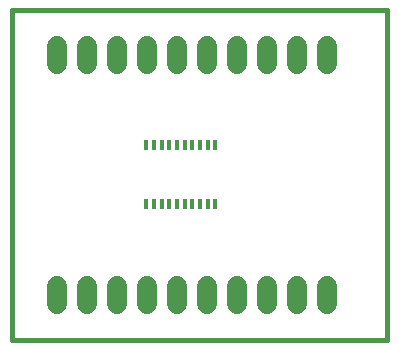
<source format=gts>
G75*
G70*
%OFA0B0*%
%FSLAX24Y24*%
%IPPOS*%
%LPD*%
%AMOC8*
5,1,8,0,0,1.08239X$1,22.5*
%
%ADD10C,0.0160*%
%ADD11R,0.0160X0.0336*%
%ADD12R,0.0160X0.0337*%
%ADD13C,0.0680*%
D10*
X000653Y000651D02*
X013153Y000651D01*
X013153Y011651D01*
X000653Y011651D01*
X000653Y000651D01*
D11*
X005129Y005187D03*
X005385Y005187D03*
X005641Y005187D03*
X005897Y005187D03*
X006409Y005187D03*
X006665Y005187D03*
X006920Y005187D03*
X007176Y005187D03*
X007432Y005187D03*
X007432Y007175D03*
X007176Y007175D03*
X006920Y007175D03*
X006665Y007175D03*
X006409Y007175D03*
X006153Y007175D03*
X005897Y007175D03*
X005641Y007175D03*
X005385Y007175D03*
X005129Y007175D03*
D12*
X006153Y005187D03*
D13*
X006153Y002451D02*
X006153Y001851D01*
X007153Y001851D02*
X007153Y002451D01*
X008153Y002451D02*
X008153Y001851D01*
X009153Y001851D02*
X009153Y002451D01*
X010153Y002451D02*
X010153Y001851D01*
X011153Y001851D02*
X011153Y002451D01*
X005153Y002451D02*
X005153Y001851D01*
X004153Y001851D02*
X004153Y002451D01*
X003153Y002451D02*
X003153Y001851D01*
X002153Y001851D02*
X002153Y002451D01*
X002153Y009851D02*
X002153Y010451D01*
X003153Y010451D02*
X003153Y009851D01*
X004153Y009851D02*
X004153Y010451D01*
X005153Y010451D02*
X005153Y009851D01*
X006153Y009851D02*
X006153Y010451D01*
X007153Y010451D02*
X007153Y009851D01*
X008153Y009851D02*
X008153Y010451D01*
X009153Y010451D02*
X009153Y009851D01*
X010153Y009851D02*
X010153Y010451D01*
X011153Y010451D02*
X011153Y009851D01*
M02*

</source>
